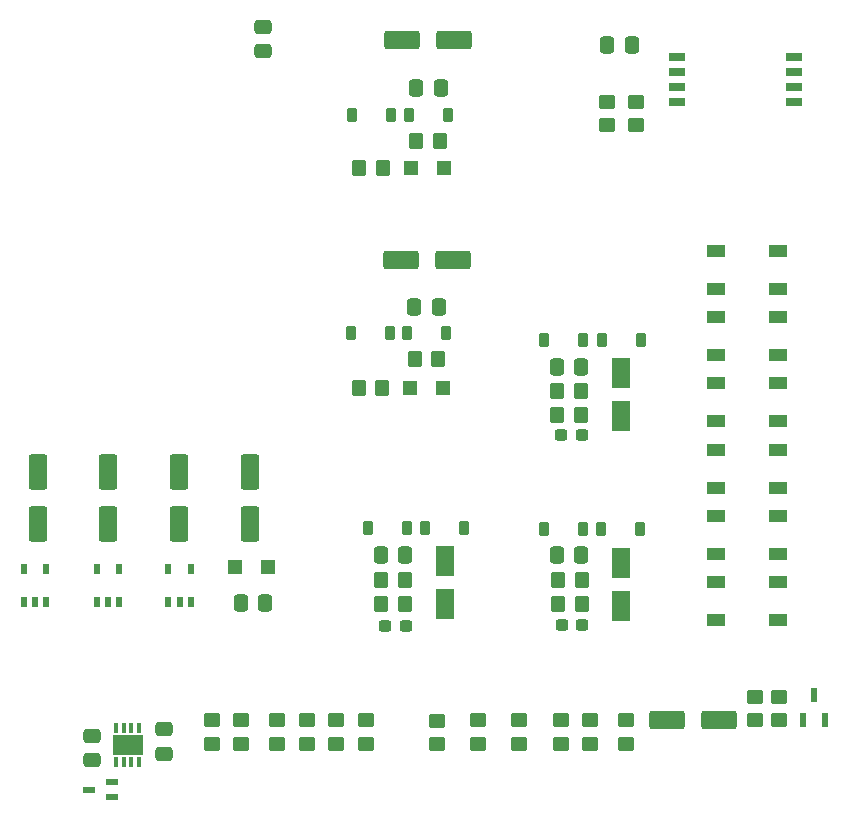
<source format=gtp>
G04 #@! TF.GenerationSoftware,KiCad,Pcbnew,7.0.8*
G04 #@! TF.CreationDate,2023-11-08T10:16:27+01:00*
G04 #@! TF.ProjectId,MicroKI,4d696372-6f4b-4492-9e6b-696361645f70,rev?*
G04 #@! TF.SameCoordinates,Original*
G04 #@! TF.FileFunction,Paste,Top*
G04 #@! TF.FilePolarity,Positive*
%FSLAX46Y46*%
G04 Gerber Fmt 4.6, Leading zero omitted, Abs format (unit mm)*
G04 Created by KiCad (PCBNEW 7.0.8) date 2023-11-08 10:16:27*
%MOMM*%
%LPD*%
G01*
G04 APERTURE LIST*
G04 Aperture macros list*
%AMRoundRect*
0 Rectangle with rounded corners*
0 $1 Rounding radius*
0 $2 $3 $4 $5 $6 $7 $8 $9 X,Y pos of 4 corners*
0 Add a 4 corners polygon primitive as box body*
4,1,4,$2,$3,$4,$5,$6,$7,$8,$9,$2,$3,0*
0 Add four circle primitives for the rounded corners*
1,1,$1+$1,$2,$3*
1,1,$1+$1,$4,$5*
1,1,$1+$1,$6,$7*
1,1,$1+$1,$8,$9*
0 Add four rect primitives between the rounded corners*
20,1,$1+$1,$2,$3,$4,$5,0*
20,1,$1+$1,$4,$5,$6,$7,0*
20,1,$1+$1,$6,$7,$8,$9,0*
20,1,$1+$1,$8,$9,$2,$3,0*%
G04 Aperture macros list end*
%ADD10RoundRect,0.250000X0.550000X-1.250000X0.550000X1.250000X-0.550000X1.250000X-0.550000X-1.250000X0*%
%ADD11RoundRect,0.237500X-0.300000X-0.237500X0.300000X-0.237500X0.300000X0.237500X-0.300000X0.237500X0*%
%ADD12RoundRect,0.225000X-0.225000X-0.375000X0.225000X-0.375000X0.225000X0.375000X-0.225000X0.375000X0*%
%ADD13R,1.350000X0.690000*%
%ADD14RoundRect,0.250000X-0.450000X0.350000X-0.450000X-0.350000X0.450000X-0.350000X0.450000X0.350000X0*%
%ADD15RoundRect,0.250000X-1.250000X-0.550000X1.250000X-0.550000X1.250000X0.550000X-1.250000X0.550000X0*%
%ADD16RoundRect,0.250000X0.350000X0.450000X-0.350000X0.450000X-0.350000X-0.450000X0.350000X-0.450000X0*%
%ADD17RoundRect,0.225000X0.225000X0.375000X-0.225000X0.375000X-0.225000X-0.375000X0.225000X-0.375000X0*%
%ADD18R,0.600000X0.900000*%
%ADD19RoundRect,0.250000X0.475000X-0.337500X0.475000X0.337500X-0.475000X0.337500X-0.475000X-0.337500X0*%
%ADD20R,0.600000X1.300000*%
%ADD21RoundRect,0.250000X0.337500X0.475000X-0.337500X0.475000X-0.337500X-0.475000X0.337500X-0.475000X0*%
%ADD22RoundRect,0.250000X-0.550000X1.050000X-0.550000X-1.050000X0.550000X-1.050000X0.550000X1.050000X0*%
%ADD23RoundRect,0.250000X-0.337500X-0.475000X0.337500X-0.475000X0.337500X0.475000X-0.337500X0.475000X0*%
%ADD24R,1.200000X1.200000*%
%ADD25RoundRect,0.250000X-0.475000X0.337500X-0.475000X-0.337500X0.475000X-0.337500X0.475000X0.337500X0*%
%ADD26RoundRect,0.250000X0.450000X-0.350000X0.450000X0.350000X-0.450000X0.350000X-0.450000X-0.350000X0*%
%ADD27R,1.550000X1.000000*%
%ADD28R,0.350000X0.850000*%
%ADD29R,2.500000X1.680000*%
%ADD30R,1.000000X0.550000*%
G04 APERTURE END LIST*
D10*
X91700000Y-97050000D03*
X91700000Y-92650000D03*
X79725000Y-97050000D03*
X79725000Y-92650000D03*
D11*
X124112500Y-105650000D03*
X125837500Y-105650000D03*
D12*
X106300000Y-62425000D03*
X109600000Y-62425000D03*
D13*
X133895000Y-57515000D03*
X133895000Y-58785000D03*
X133895000Y-60055000D03*
X133895000Y-61325000D03*
X143725000Y-61325000D03*
X143725000Y-60055000D03*
X143725000Y-58785000D03*
X143725000Y-57515000D03*
D14*
X105000000Y-113700000D03*
X105000000Y-115700000D03*
D15*
X110600000Y-56125000D03*
X115000000Y-56125000D03*
D16*
X108950000Y-66975000D03*
X106950000Y-66975000D03*
X125725000Y-85825000D03*
X123725000Y-85825000D03*
D10*
X97700000Y-97050000D03*
X97700000Y-92650000D03*
D17*
X125925000Y-97500000D03*
X122625000Y-97500000D03*
D14*
X94500000Y-113700000D03*
X94500000Y-115700000D03*
D18*
X78550000Y-103700000D03*
X79500000Y-103700000D03*
X80450000Y-103700000D03*
X80450000Y-100900000D03*
X78550000Y-100900000D03*
D19*
X98830000Y-57055000D03*
X98830000Y-54980000D03*
D14*
X124000000Y-113700000D03*
X124000000Y-115700000D03*
D20*
X144525000Y-113650000D03*
X146425000Y-113650000D03*
X145475000Y-111550000D03*
D21*
X110862500Y-99700000D03*
X108787500Y-99700000D03*
D22*
X114225000Y-100250000D03*
X114225000Y-103850000D03*
D17*
X115825000Y-97400000D03*
X112525000Y-97400000D03*
X130725000Y-97500000D03*
X127425000Y-97500000D03*
D23*
X111762500Y-60175000D03*
X113837500Y-60175000D03*
D21*
X125762500Y-99750000D03*
X123687500Y-99750000D03*
D24*
X96462500Y-100750000D03*
X99262500Y-100750000D03*
D14*
X113500000Y-113750000D03*
X113500000Y-115750000D03*
X96975000Y-113700000D03*
X96975000Y-115700000D03*
D18*
X84750000Y-103700000D03*
X85700000Y-103700000D03*
X86650000Y-103700000D03*
X86650000Y-100900000D03*
X84750000Y-100900000D03*
D16*
X125725000Y-87825000D03*
X123725000Y-87825000D03*
D14*
X107500000Y-113700000D03*
X107500000Y-115700000D03*
D12*
X111150000Y-62425000D03*
X114450000Y-62425000D03*
D14*
X142525000Y-111700000D03*
X142525000Y-113700000D03*
D23*
X111612500Y-78700000D03*
X113687500Y-78700000D03*
D16*
X110825000Y-103850000D03*
X108825000Y-103850000D03*
D17*
X130775000Y-81475000D03*
X127475000Y-81475000D03*
D14*
X120500000Y-113700000D03*
X120500000Y-115700000D03*
D25*
X90412500Y-114487500D03*
X90412500Y-116562500D03*
D14*
X129500000Y-113700000D03*
X129500000Y-115700000D03*
D18*
X90800000Y-103700000D03*
X91750000Y-103700000D03*
X92700000Y-103700000D03*
X92700000Y-100900000D03*
X90800000Y-100900000D03*
D12*
X106250000Y-80900000D03*
X109550000Y-80900000D03*
D16*
X125775000Y-101800000D03*
X123775000Y-101800000D03*
D11*
X109162500Y-105700000D03*
X110887500Y-105700000D03*
D16*
X108900000Y-85600000D03*
X106900000Y-85600000D03*
X125775000Y-103850000D03*
X123775000Y-103850000D03*
D21*
X125762500Y-83775000D03*
X123687500Y-83775000D03*
D12*
X111000000Y-80900000D03*
X114300000Y-80900000D03*
D22*
X129125000Y-100400000D03*
X129125000Y-104000000D03*
D19*
X84312500Y-117075000D03*
X84312500Y-115000000D03*
D26*
X140450000Y-113700000D03*
X140450000Y-111700000D03*
D27*
X137137500Y-79562500D03*
X142387500Y-79562500D03*
X137137500Y-82762500D03*
X142387500Y-82762500D03*
D23*
X96925000Y-103750000D03*
X99000000Y-103750000D03*
D15*
X133000000Y-113700000D03*
X137400000Y-113700000D03*
D14*
X117000000Y-113700000D03*
X117000000Y-115700000D03*
D27*
X137137500Y-96412500D03*
X142387500Y-96412500D03*
X137137500Y-99612500D03*
X142387500Y-99612500D03*
D17*
X110975000Y-97400000D03*
X107675000Y-97400000D03*
D27*
X137137500Y-85162500D03*
X142387500Y-85162500D03*
X137137500Y-88362500D03*
X142387500Y-88362500D03*
D14*
X126500000Y-113700000D03*
X126500000Y-115700000D03*
D16*
X113800000Y-64625000D03*
X111800000Y-64625000D03*
D26*
X130400000Y-63325000D03*
X130400000Y-61325000D03*
D16*
X113650000Y-83100000D03*
X111650000Y-83100000D03*
D17*
X125925000Y-81475000D03*
X122625000Y-81475000D03*
D27*
X137137500Y-102012500D03*
X142387500Y-102012500D03*
X137137500Y-105212500D03*
X142387500Y-105212500D03*
X137137500Y-73962500D03*
X142387500Y-73962500D03*
X137137500Y-77162500D03*
X142387500Y-77162500D03*
D10*
X85700000Y-97050000D03*
X85700000Y-92650000D03*
D22*
X129125000Y-84325000D03*
X129125000Y-87925000D03*
D15*
X110450000Y-74750000D03*
X114850000Y-74750000D03*
D14*
X127950000Y-61350000D03*
X127950000Y-63350000D03*
D11*
X124050000Y-89575000D03*
X125775000Y-89575000D03*
D16*
X110825000Y-101800000D03*
X108825000Y-101800000D03*
D14*
X100000000Y-113700000D03*
X100000000Y-115700000D03*
D28*
X88312500Y-114375000D03*
X87662500Y-114375000D03*
X87012500Y-114375000D03*
X86362500Y-114375000D03*
X86362500Y-117275000D03*
X87012500Y-117275000D03*
X87662500Y-117275000D03*
X88312500Y-117275000D03*
D29*
X87337500Y-115825000D03*
D24*
X111350000Y-66975000D03*
X114150000Y-66975000D03*
X111250000Y-85600000D03*
X114050000Y-85600000D03*
D14*
X102500000Y-113700000D03*
X102500000Y-115700000D03*
D30*
X86012500Y-120225000D03*
X86012500Y-118925000D03*
X84112500Y-119575000D03*
D21*
X130025000Y-56575000D03*
X127950000Y-56575000D03*
D27*
X137137500Y-90812500D03*
X142387500Y-90812500D03*
X137137500Y-94012500D03*
X142387500Y-94012500D03*
M02*

</source>
